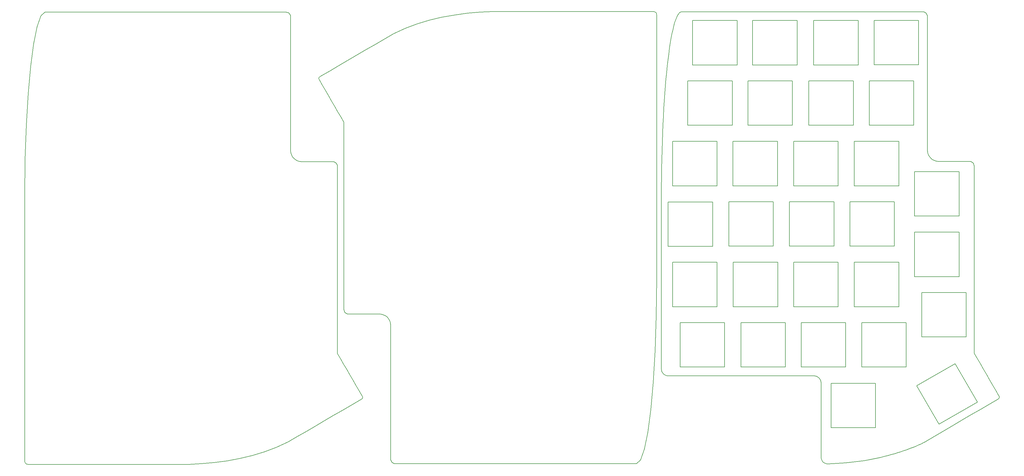
<source format=gm1>
G04 #@! TF.GenerationSoftware,KiCad,Pcbnew,5.1.5-52549c5~84~ubuntu18.04.1*
G04 #@! TF.CreationDate,2019-12-02T10:01:40+01:00*
G04 #@! TF.ProjectId,Lily58_Pro_OneForAll,4c696c79-3538-45f5-9072-6f5f4f6e6546,rev?*
G04 #@! TF.SameCoordinates,Original*
G04 #@! TF.FileFunction,Profile,NP*
%FSLAX46Y46*%
G04 Gerber Fmt 4.6, Leading zero omitted, Abs format (unit mm)*
G04 Created by KiCad (PCBNEW 5.1.5-52549c5~84~ubuntu18.04.1) date 2019-12-02 10:01:40*
%MOMM*%
%LPD*%
G04 APERTURE LIST*
%ADD10C,0.200000*%
G04 APERTURE END LIST*
D10*
X308884965Y-84538774D02*
X308884965Y-84538774D01*
X311135400Y-103539331D02*
X311135400Y-117539526D01*
X311135400Y-117539526D02*
X297135379Y-117539526D01*
X297135379Y-117539526D02*
X297135379Y-103539331D01*
X297135379Y-103539331D02*
X311135400Y-103539331D01*
X311135400Y-103539331D02*
X311135400Y-103539331D01*
X289935122Y-94037718D02*
X289935122Y-108037912D01*
X225034872Y-31840245D02*
X225034872Y-17839780D01*
X256435563Y-36839075D02*
X256435563Y-50839269D01*
X256435563Y-50839269D02*
X242435542Y-50839269D01*
X242435542Y-50839269D02*
X242435542Y-36839075D01*
X242435542Y-36839075D02*
X256435563Y-36839075D01*
X256435563Y-36839075D02*
X256435563Y-36839075D01*
X289935336Y-55938564D02*
X289935336Y-69938758D01*
X289935336Y-69938758D02*
X275935315Y-69938758D01*
X239035338Y-17839780D02*
X239035338Y-31840245D01*
X292236571Y-127039105D02*
X278236550Y-127039105D01*
X278236550Y-127039105D02*
X278236550Y-113038911D01*
X278236550Y-113038911D02*
X292236571Y-113038911D01*
X292236571Y-113038911D02*
X292236571Y-113038911D01*
X307697016Y-125976245D02*
X314697113Y-138100769D01*
X314697113Y-138100769D02*
X302572739Y-145100780D01*
X302572739Y-145100780D02*
X295572642Y-132976256D01*
X295572642Y-132976256D02*
X307697016Y-125976245D01*
X263136541Y-17837892D02*
X277136562Y-17837892D01*
X277136562Y-17837892D02*
X277136562Y-17837892D01*
X263279496Y-129857580D02*
X217435250Y-129857580D01*
X277136562Y-17837892D02*
X277136562Y-31838086D01*
X277136562Y-31838086D02*
X263136541Y-31838086D01*
X296135248Y-31789310D02*
X282135227Y-31789310D01*
X282135227Y-31789310D02*
X282135227Y-17789116D01*
X282135227Y-17789116D02*
X296135248Y-17789116D01*
X307697016Y-125976245D02*
X307697016Y-125976245D01*
X282635392Y-132186532D02*
X282635392Y-146138722D01*
X282635392Y-146138722D02*
X268635371Y-146138722D01*
X268635371Y-146138722D02*
X268635371Y-132186532D01*
X268635371Y-132186532D02*
X282635392Y-132186532D01*
X282635392Y-132186532D02*
X282635392Y-132186532D01*
X265479398Y-155402307D02*
X265479594Y-132057215D01*
X254236477Y-113037894D02*
X254236477Y-127038088D01*
X217080411Y-32119325D02*
X216870225Y-34140318D01*
X216870225Y-34140318D02*
X216670719Y-36251929D01*
X216670719Y-36251929D02*
X216482291Y-38450513D01*
X216482291Y-38450513D02*
X216305338Y-40732429D01*
X216305338Y-40732429D02*
X216140257Y-43094033D01*
X216140257Y-43094033D02*
X215987446Y-45531683D01*
X298806802Y-15995932D02*
X298894137Y-16277588D01*
X298894137Y-16277588D02*
X298924584Y-16580084D01*
X257934175Y-17839780D02*
X257934175Y-31840245D01*
X215229866Y-70291466D02*
X215221611Y-73289203D01*
X221571605Y-15080084D02*
X297424584Y-15080084D01*
X232734874Y-94038610D02*
X232734874Y-108038804D01*
X256836590Y-94037718D02*
X270836611Y-94037718D01*
X270836611Y-94037718D02*
X270836611Y-94037718D01*
X251835632Y-94038610D02*
X251835632Y-108038804D01*
X251835632Y-108038804D02*
X237835611Y-108038804D01*
X237835611Y-108038804D02*
X237835611Y-94038610D01*
X321406606Y-136083326D02*
X320436467Y-134407631D01*
X320436467Y-134407631D02*
X319466328Y-132731937D01*
X319466328Y-132731937D02*
X318496189Y-131056242D01*
X318496189Y-131056242D02*
X317526050Y-129380548D01*
X317526050Y-129380548D02*
X316555911Y-127704853D01*
X316555911Y-127704853D02*
X315585772Y-126029159D01*
X315585772Y-126029159D02*
X314615634Y-124353465D01*
X314615634Y-124353465D02*
X313645495Y-122677770D01*
X215720224Y-50620545D02*
X215606607Y-53264472D01*
X302424584Y-62220736D02*
X301718760Y-62149693D01*
X301718760Y-62149693D02*
X301061562Y-61945910D01*
X301061562Y-61945910D02*
X300467009Y-61623406D01*
X300467009Y-61623406D02*
X299949120Y-61196200D01*
X299949120Y-61196200D02*
X299521914Y-60678311D01*
X299521914Y-60678311D02*
X299199410Y-60083758D01*
X299199410Y-60083758D02*
X298995627Y-59426560D01*
X289935122Y-108037912D02*
X275935101Y-108037912D01*
X275935101Y-108037912D02*
X275935101Y-94037718D01*
X275935101Y-94037718D02*
X289935122Y-94037718D01*
X289935122Y-94037718D02*
X289935122Y-94037718D01*
X270836611Y-94037718D02*
X270836611Y-108037912D01*
X270836611Y-108037912D02*
X256836590Y-108037912D01*
X256836590Y-108037912D02*
X256836590Y-94037718D01*
X292357308Y-153170573D02*
X293074000Y-152892225D01*
X293074000Y-152892225D02*
X293790692Y-152613878D01*
X293790692Y-152613878D02*
X294507385Y-152335531D01*
X294507385Y-152335531D02*
X295224077Y-152057184D01*
X295224077Y-152057184D02*
X295728364Y-151828814D01*
X295728364Y-151828814D02*
X296232652Y-151600444D01*
X296232652Y-151600444D02*
X296736939Y-151372074D01*
X285351772Y-155239783D02*
X286462038Y-154948941D01*
X286462038Y-154948941D02*
X287572303Y-154658099D01*
X287572303Y-154658099D02*
X288682569Y-154367258D01*
X288682569Y-154367258D02*
X289601254Y-154068086D01*
X289601254Y-154068086D02*
X290519938Y-153768915D01*
X290519938Y-153768915D02*
X291438623Y-153469744D01*
X291438623Y-153469744D02*
X292357308Y-153170573D01*
X237535463Y-50838127D02*
X223535442Y-50838127D01*
X223535442Y-50838127D02*
X223535442Y-36837933D01*
X223535442Y-36837933D02*
X237535463Y-36837933D01*
X237535463Y-36837933D02*
X237535463Y-36837933D01*
X294634326Y-36838063D02*
X294634326Y-50838257D01*
X294634326Y-50838257D02*
X280634305Y-50838257D01*
X280634305Y-50838257D02*
X280634305Y-36838063D01*
X276151389Y-156917502D02*
X277613579Y-156730780D01*
X277613579Y-156730780D02*
X279075770Y-156544058D01*
X279075770Y-156544058D02*
X280367204Y-156290700D01*
X280367204Y-156290700D02*
X281658639Y-156037341D01*
X281658639Y-156037341D02*
X282950073Y-155783983D01*
X282950073Y-155783983D02*
X284241507Y-155530624D01*
X284241507Y-155530624D02*
X285351772Y-155239783D01*
X294886000Y-65438000D02*
X308886465Y-65438000D01*
X243936249Y-31840245D02*
X243936249Y-17839780D01*
X308886465Y-79438465D02*
X304458747Y-79438465D01*
X294886000Y-79438465D02*
X294886000Y-65438000D01*
X297424584Y-15080084D02*
X297727080Y-15110531D01*
X215294709Y-64418482D02*
X215254364Y-67333345D01*
X215254364Y-67333345D02*
X215229866Y-70291466D01*
X308886465Y-65438000D02*
X308886465Y-79438465D01*
X304458747Y-79438465D02*
X294886000Y-79438465D01*
X257934175Y-31840245D02*
X243936249Y-31840245D01*
X221571605Y-15080084D02*
X221244584Y-15155751D01*
X221244584Y-15155751D02*
X220921884Y-15380323D01*
X235135168Y-113038911D02*
X235135168Y-127039105D01*
X235135168Y-127039105D02*
X221135147Y-127039105D01*
X221135147Y-127039105D02*
X221135147Y-113038911D01*
X221135147Y-113038911D02*
X235135168Y-113038911D01*
X235135168Y-113038911D02*
X235135168Y-113038911D01*
X237835611Y-94038610D02*
X251835632Y-94038610D01*
X251835632Y-94038610D02*
X251835632Y-94038610D01*
X296135248Y-17789116D02*
X296135248Y-17789116D01*
X296135248Y-17789116D02*
X296135248Y-31789310D01*
X215394359Y-128514576D02*
X215597076Y-128888228D01*
X215597076Y-128888228D02*
X215865605Y-129213700D01*
X215865605Y-129213700D02*
X216191136Y-129482182D01*
X216191136Y-129482182D02*
X216564855Y-129684863D01*
X216564855Y-129684863D02*
X216977950Y-129812932D01*
X216977950Y-129812932D02*
X217421611Y-129857580D01*
X296736939Y-151372074D02*
X297241227Y-151143705D01*
X297241227Y-151143705D02*
X297522698Y-150994466D01*
X297522698Y-150994466D02*
X297804169Y-150845228D01*
X297804169Y-150845228D02*
X298085639Y-150695989D01*
X298085639Y-150695989D02*
X298367110Y-150546750D01*
X215221611Y-73289203D02*
X215221611Y-127657972D01*
X237535463Y-36837933D02*
X237535463Y-50838127D01*
X321506283Y-136264045D02*
X321406606Y-136083326D01*
X267681730Y-157601717D02*
X269068049Y-157524024D01*
X269068049Y-157524024D02*
X270454368Y-157446331D01*
X270454368Y-157446331D02*
X271840688Y-157368638D01*
X271840688Y-157368638D02*
X273227007Y-157290945D01*
X273227007Y-157290945D02*
X274689198Y-157104223D01*
X274689198Y-157104223D02*
X276151389Y-156917502D01*
X239035338Y-31840245D02*
X225034872Y-31840245D01*
X321259326Y-137093801D02*
X321377766Y-136998158D01*
X321377766Y-136998158D02*
X321472487Y-136847732D01*
X321472487Y-136847732D02*
X321523539Y-136736568D01*
X321523539Y-136736568D02*
X321556991Y-136628983D01*
X321556991Y-136628983D02*
X321558149Y-136515042D01*
X321558149Y-136515042D02*
X321547525Y-136391528D01*
X321547525Y-136391528D02*
X321506283Y-136264045D01*
X225034872Y-17839780D02*
X239035338Y-17839780D01*
X275935315Y-69938758D02*
X275935315Y-55938564D01*
X275935315Y-55938564D02*
X289935336Y-55938564D01*
X289935336Y-55938564D02*
X289935336Y-55938564D01*
X270834363Y-55937800D02*
X270834363Y-69937994D01*
X270834363Y-69937994D02*
X256834342Y-69937994D01*
X256834342Y-69937994D02*
X256834342Y-55937800D01*
X256834342Y-55937800D02*
X270834363Y-55937800D01*
X298995627Y-59426560D02*
X298924584Y-58720736D01*
X298924584Y-58720736D02*
X298924584Y-16580084D01*
X312146508Y-62220736D02*
X312449004Y-62251183D01*
X312449004Y-62251183D02*
X312730660Y-62338519D01*
X312730660Y-62338519D02*
X312985468Y-62476735D01*
X312985468Y-62476735D02*
X313207421Y-62659823D01*
X313207421Y-62659823D02*
X313390509Y-62881775D01*
X263136541Y-31838086D02*
X263136541Y-17837892D01*
X301228637Y-148865538D02*
X304090164Y-147183861D01*
X313390509Y-62881775D02*
X313528725Y-63136584D01*
X313528725Y-63136584D02*
X313616061Y-63418240D01*
X313616061Y-63418240D02*
X313646508Y-63720736D01*
X302424584Y-62220736D02*
X312168902Y-62220736D01*
X313646508Y-122676911D02*
X313646508Y-63720736D01*
X215350503Y-61550521D02*
X215294709Y-64418482D01*
X220921884Y-15380323D02*
X220603904Y-15750158D01*
X220603904Y-15750158D02*
X220291040Y-16261613D01*
X220291040Y-16261613D02*
X219983689Y-16911044D01*
X219983689Y-16911044D02*
X219682251Y-17694808D01*
X219682251Y-17694808D02*
X219387120Y-18609262D01*
X219387120Y-18609262D02*
X219098696Y-19650764D01*
X219098696Y-19650764D02*
X218817375Y-20815671D01*
X215221611Y-127657972D02*
X215266267Y-128101553D01*
X215266267Y-128101553D02*
X215394359Y-128514576D01*
X266817697Y-157431161D02*
X267233252Y-157557695D01*
X267233252Y-157557695D02*
X267681730Y-157601712D01*
X265523666Y-155850393D02*
X265650361Y-156265373D01*
X265650361Y-156265373D02*
X265851395Y-156639216D01*
X265851395Y-156639216D02*
X266118485Y-156963645D01*
X266118485Y-156963645D02*
X266443346Y-157230386D01*
X264509972Y-130232977D02*
X264136253Y-130030297D01*
X264136253Y-130030297D02*
X263723157Y-129902227D01*
X273233646Y-113038911D02*
X273233646Y-127039105D01*
X273233646Y-127039105D02*
X259233625Y-127039105D01*
X259233625Y-127039105D02*
X259233625Y-113038911D01*
X259233625Y-113038911D02*
X273233646Y-113038911D01*
X273233646Y-113038911D02*
X273233646Y-113038911D01*
X292236571Y-113038911D02*
X292236571Y-127039105D01*
X254236477Y-127038088D02*
X240236456Y-127038088D01*
X240236456Y-127038088D02*
X240236456Y-113037894D01*
X240236456Y-113037894D02*
X254236477Y-113037894D01*
X254236477Y-113037894D02*
X254236477Y-113037894D01*
X232734874Y-108038804D02*
X218734853Y-108038804D01*
X218734853Y-108038804D02*
X218734853Y-94038610D01*
X218734853Y-94038610D02*
X232734874Y-94038610D01*
X232734874Y-94038610D02*
X232734874Y-94038610D01*
X297727080Y-15110531D02*
X298008737Y-15197867D01*
X298008737Y-15197867D02*
X298263545Y-15336083D01*
X298263545Y-15336083D02*
X298485497Y-15519171D01*
X298485497Y-15519171D02*
X298668586Y-15741123D01*
X298668586Y-15741123D02*
X298806802Y-15995932D01*
X243936249Y-17839780D02*
X257934175Y-17839780D01*
X215987446Y-45531683D02*
X215847303Y-48041734D01*
X215847303Y-48041734D02*
X215720224Y-50620545D01*
X280634305Y-36838063D02*
X294634326Y-36838063D01*
X294634326Y-36838063D02*
X294634326Y-36838063D01*
X275635381Y-36852948D02*
X275635381Y-50853142D01*
X275635381Y-50853142D02*
X261635360Y-50853142D01*
X261635360Y-50853142D02*
X261635360Y-36852948D01*
X261635360Y-36852948D02*
X275635381Y-36852948D01*
X275635381Y-36852948D02*
X275635381Y-36852948D01*
X266443346Y-157230386D02*
X266817697Y-157431161D01*
X265479594Y-155402551D02*
X265523666Y-155850393D01*
X263723157Y-129902227D02*
X263279496Y-129857580D01*
X265479496Y-132057188D02*
X265434840Y-131613606D01*
X265434840Y-131613606D02*
X265306748Y-131200584D01*
X265306748Y-131200584D02*
X265104031Y-130826931D01*
X265104031Y-130826931D02*
X264835502Y-130501459D01*
X264835502Y-130501459D02*
X264509972Y-130232977D01*
X304090164Y-147183861D02*
X306951691Y-145502185D01*
X306951691Y-145502185D02*
X309813218Y-143820508D01*
X309813218Y-143820508D02*
X312674745Y-142138831D01*
X312674745Y-142138831D02*
X315536272Y-140457155D01*
X315536272Y-140457155D02*
X318397799Y-138775478D01*
X318397799Y-138775478D02*
X321259326Y-137093801D01*
X298367110Y-150547215D02*
X301228637Y-148865538D01*
X215606607Y-53264472D02*
X215506850Y-55969873D01*
X269534314Y-74937851D02*
X269534314Y-88938045D01*
X269534314Y-88938045D02*
X255534293Y-88938045D01*
X255534293Y-88938045D02*
X255534293Y-74937851D01*
X255534293Y-74937851D02*
X269534314Y-74937851D01*
X269534314Y-74937851D02*
X269534314Y-74937851D01*
X288534529Y-74938993D02*
X288534529Y-88939187D01*
X288534529Y-88939187D02*
X274534508Y-88939187D01*
X215506850Y-55969873D02*
X215421349Y-58733103D01*
X217345475Y-75008715D02*
X231345497Y-75008715D01*
X231345497Y-75008715D02*
X231345497Y-75008715D01*
X250436095Y-74937851D02*
X250436095Y-88938045D01*
X250436095Y-88938045D02*
X236436074Y-88938045D01*
X236436074Y-88938045D02*
X236436074Y-74937851D01*
X236436074Y-74937851D02*
X250436095Y-74937851D01*
X250436095Y-74937851D02*
X250436095Y-74937851D01*
X232734874Y-69934097D02*
X218734853Y-69934097D01*
X218734853Y-69934097D02*
X218734853Y-55933903D01*
X218734853Y-55933903D02*
X232734874Y-55933903D01*
X232734874Y-55933903D02*
X232734874Y-55933903D01*
X231345497Y-75008715D02*
X231345497Y-89008909D01*
X231345497Y-89008909D02*
X217345475Y-89008909D01*
X217345475Y-89008909D02*
X217345475Y-75008715D01*
X215421349Y-58733103D02*
X215350503Y-61550521D01*
X270834363Y-55937800D02*
X270834363Y-55937800D01*
X251735088Y-55939834D02*
X251735088Y-69940028D01*
X251735088Y-69940028D02*
X237735067Y-69940028D01*
X237735067Y-69940028D02*
X237735067Y-55939834D01*
X237735067Y-55939834D02*
X251735088Y-55939834D01*
X251735088Y-55939834D02*
X251735088Y-55939834D01*
X232734874Y-55933903D02*
X232734874Y-69934097D01*
X274534508Y-88939187D02*
X274534508Y-74938993D01*
X274534508Y-74938993D02*
X288534529Y-74938993D01*
X288534529Y-74938993D02*
X288534529Y-74938993D01*
X308884965Y-84538774D02*
X308884965Y-98538969D01*
X308884965Y-98538969D02*
X294884944Y-98538969D01*
X294884944Y-98538969D02*
X294884944Y-84538774D01*
X294884944Y-84538774D02*
X308884965Y-84538774D01*
X218817375Y-20815671D02*
X218543556Y-22100339D01*
X218543556Y-22100339D02*
X218277634Y-23501125D01*
X218277634Y-23501125D02*
X218020008Y-25014386D01*
X218020008Y-25014386D02*
X217771076Y-26636480D01*
X217771076Y-26636480D02*
X217531233Y-28363763D01*
X217531233Y-28363763D02*
X217300879Y-30192593D01*
X217300879Y-30192593D02*
X217080411Y-32119325D01*
X193767438Y-14992528D02*
X200074371Y-14992528D01*
X213738238Y-78490213D02*
X213738238Y-68082379D01*
X213738238Y-68082379D02*
X213738238Y-57674545D01*
X213738238Y-57674545D02*
X213738238Y-47266711D01*
X213738238Y-36858877D02*
X213738238Y-26451044D01*
X162232771Y-14992528D02*
X168539704Y-14992528D01*
X168539704Y-14992528D02*
X174846638Y-14992528D01*
X174846638Y-14992528D02*
X181153571Y-14992528D01*
X129760439Y-112511326D02*
X129964222Y-113168524D01*
X129964222Y-113168524D02*
X130035265Y-113874348D01*
X130035265Y-113874348D02*
X130035265Y-119141929D01*
X130035265Y-119141929D02*
X130035265Y-124409511D01*
X130035265Y-124409511D02*
X130035265Y-129677092D01*
X130035265Y-129677092D02*
X130035265Y-134944673D01*
X130035265Y-134944673D02*
X130035265Y-140212255D01*
X130035265Y-140212255D02*
X130035265Y-145479836D01*
X115313342Y-64657217D02*
X115313342Y-72026738D01*
X115313342Y-72026738D02*
X115313342Y-79396260D01*
X115313342Y-79396260D02*
X115313342Y-86765782D01*
X115313342Y-86765782D02*
X115313342Y-94135304D01*
X115313342Y-94135304D02*
X115313342Y-101504826D01*
X115313342Y-101504826D02*
X115313342Y-108874348D01*
X130836577Y-22047869D02*
X127970258Y-23723563D01*
X188425000Y-157515000D02*
X178943377Y-157515000D01*
X178943377Y-157515000D02*
X169461755Y-157515000D01*
X169461755Y-157515000D02*
X159980133Y-157515000D01*
X159980133Y-157515000D02*
X150498510Y-157515000D01*
X150498510Y-157515000D02*
X141016888Y-157515000D01*
X141016888Y-157515000D02*
X131535265Y-157515000D01*
X131535265Y-157514999D02*
X131232769Y-157484552D01*
X127970258Y-23723563D02*
X125103938Y-25399258D01*
X125103938Y-25399258D02*
X122237619Y-27074952D01*
X122237619Y-27074952D02*
X119371299Y-28750647D01*
X119371299Y-28750647D02*
X116504980Y-30426341D01*
X116504980Y-30426341D02*
X113638660Y-32102036D01*
X113638660Y-32102036D02*
X110772341Y-33777730D01*
X110772341Y-33777730D02*
X107906021Y-35453425D01*
X131232769Y-157484552D02*
X130951113Y-157397217D01*
X130951113Y-157397217D02*
X130696304Y-157259001D01*
X130696304Y-157259001D02*
X130474352Y-157075912D01*
X130474352Y-157075912D02*
X130291264Y-156853960D01*
X130291264Y-156853960D02*
X130153048Y-156599152D01*
X130153048Y-156599152D02*
X130065712Y-156317495D01*
X130065712Y-156317495D02*
X130035265Y-156014999D01*
X122881146Y-110374348D02*
X121663106Y-110374348D01*
X121663106Y-110374348D02*
X120445067Y-110374348D01*
X120445067Y-110374348D02*
X119227027Y-110374348D01*
X119227027Y-110374348D02*
X118008987Y-110374348D01*
X118008987Y-110374348D02*
X116790948Y-110374348D01*
X115313342Y-49918173D02*
X115313342Y-57287695D01*
X115313342Y-57287695D02*
X115313342Y-64657217D01*
X200074371Y-14992528D02*
X206381305Y-14992528D01*
X212899985Y-15014523D02*
X213097145Y-15075657D01*
X213097145Y-15075657D02*
X213275511Y-15172409D01*
X213275511Y-15172409D02*
X213430877Y-15300570D01*
X213430877Y-15300570D02*
X213559039Y-15455937D01*
X213559039Y-15455937D02*
X213655790Y-15634303D01*
X213738238Y-99305881D02*
X213738238Y-88898047D01*
X213738238Y-88898047D02*
X213738238Y-78490213D01*
X107736850Y-35546837D02*
X107602116Y-35652295D01*
X107602116Y-35652295D02*
X107502468Y-35769328D01*
X107502468Y-35769328D02*
X107438555Y-35897470D01*
X107438555Y-35897470D02*
X107411026Y-36036252D01*
X107411026Y-36036252D02*
X107420532Y-36185206D01*
X107420532Y-36185206D02*
X107467722Y-36343864D01*
X107467722Y-36343864D02*
X107553244Y-36511758D01*
X114344216Y-48241619D02*
X115314355Y-49917313D01*
X207388245Y-157515000D02*
X208668810Y-156333471D01*
X208668810Y-156333471D02*
X209861153Y-152944319D01*
X115431124Y-109458500D02*
X115343789Y-109176844D01*
X115343789Y-109176844D02*
X115313342Y-108874348D01*
X126535265Y-110374348D02*
X125317225Y-110374348D01*
X125317225Y-110374348D02*
X124099186Y-110374348D01*
X124099186Y-110374348D02*
X122881146Y-110374348D01*
X113374077Y-46565925D02*
X114344216Y-48241619D01*
X107553244Y-36511758D02*
X108523383Y-38187452D01*
X108523383Y-38187452D02*
X109493521Y-39863147D01*
X109493521Y-39863147D02*
X110463660Y-41538841D01*
X110463660Y-41538841D02*
X111433799Y-43214536D01*
X111433799Y-43214536D02*
X112403938Y-44890230D01*
X112403938Y-44890230D02*
X113374077Y-46565925D01*
X107906021Y-35453425D02*
X107736850Y-35546837D01*
X162232683Y-14992777D02*
X158207439Y-15190690D01*
X158207439Y-15190690D02*
X154167337Y-15545297D01*
X154167337Y-15545297D02*
X150134175Y-16075972D01*
X150134175Y-16075972D02*
X146129754Y-16802083D01*
X146129754Y-16802083D02*
X142175873Y-17743004D01*
X142175873Y-17743004D02*
X138294330Y-18918105D01*
X138294330Y-18918105D02*
X134506927Y-20346758D01*
X134506927Y-20346758D02*
X130835460Y-22048333D01*
X206381305Y-14992528D02*
X212688238Y-14992528D01*
X187460505Y-14992528D02*
X193767438Y-14992528D01*
X213738238Y-26451044D02*
X213738238Y-16043210D01*
X213655790Y-15634303D02*
X213716925Y-15831462D01*
X213716925Y-15831462D02*
X213738238Y-16043210D01*
X212688238Y-14993210D02*
X212899985Y-15014523D01*
X130035265Y-145479836D02*
X130035265Y-150747418D01*
X115752429Y-109935261D02*
X115569340Y-109713308D01*
X115569340Y-109713308D02*
X115431124Y-109458500D01*
X213239626Y-121974538D02*
X213609346Y-111044563D01*
X213609346Y-111044563D02*
X213738238Y-99305881D01*
X209861153Y-152944319D02*
X210939841Y-147580697D01*
X210939841Y-147580697D02*
X211879439Y-140475758D01*
X211879439Y-140475758D02*
X212654512Y-131862654D01*
X212654512Y-131862654D02*
X213239626Y-121974538D01*
X126535265Y-110374348D02*
X127241089Y-110445391D01*
X127241089Y-110445391D02*
X127898287Y-110649174D01*
X127898287Y-110649174D02*
X128492840Y-110971678D01*
X128492840Y-110971678D02*
X129010729Y-111398884D01*
X129010729Y-111398884D02*
X129437935Y-111916773D01*
X129437935Y-111916773D02*
X129760439Y-112511326D01*
X130035265Y-150747418D02*
X130035265Y-156014999D01*
X213738238Y-47266711D02*
X213738238Y-36858877D01*
X181153571Y-14992528D02*
X187460505Y-14992528D01*
X207388245Y-157515000D02*
X197906622Y-157515000D01*
X197906622Y-157515000D02*
X188425000Y-157515000D01*
X116813342Y-110374348D02*
X116510846Y-110343901D01*
X116510846Y-110343901D02*
X116229190Y-110256565D01*
X116229190Y-110256565D02*
X115974381Y-110118349D01*
X115974381Y-110118349D02*
X115752429Y-109935261D01*
X114255784Y-124478381D02*
X113285645Y-122802687D01*
X115225923Y-126154075D02*
X114255784Y-124478381D01*
X28525629Y-157727472D02*
X22218695Y-157727472D01*
X34832562Y-157727472D02*
X28525629Y-157727472D01*
X14861762Y-125453289D02*
X14861762Y-135861123D01*
X98564735Y-21972582D02*
X98564735Y-16705001D01*
X98564735Y-27240164D02*
X98564735Y-21972582D01*
X98564735Y-32507745D02*
X98564735Y-27240164D01*
X98564735Y-37775327D02*
X98564735Y-32507745D01*
X98564735Y-43042908D02*
X98564735Y-37775327D01*
X98564735Y-48310489D02*
X98564735Y-43042908D01*
X98564735Y-53578071D02*
X98564735Y-48310489D01*
X98564735Y-58845652D02*
X98564735Y-53578071D01*
X98635778Y-59551476D02*
X98564735Y-58845652D01*
X98839561Y-60208674D02*
X98635778Y-59551476D01*
X99162065Y-60803227D02*
X98839561Y-60208674D01*
X99589271Y-61321116D02*
X99162065Y-60803227D01*
X100107160Y-61748322D02*
X99589271Y-61321116D01*
X100701713Y-62070826D02*
X100107160Y-61748322D01*
X101358911Y-62274609D02*
X100701713Y-62070826D01*
X102064735Y-62345652D02*
X101358911Y-62274609D01*
X15945488Y-40857346D02*
X15360374Y-50745462D01*
X16720561Y-32244242D02*
X15945488Y-40857346D01*
X17660159Y-25139303D02*
X16720561Y-32244242D01*
X18738847Y-19775681D02*
X17660159Y-25139303D01*
X14990654Y-61675437D02*
X14861762Y-73414119D01*
X15360374Y-50745462D02*
X14990654Y-61675437D01*
X113030660Y-63006692D02*
X113168876Y-63261500D01*
X112847571Y-62784739D02*
X113030660Y-63006692D01*
X112625619Y-62601651D02*
X112847571Y-62784739D01*
X112370810Y-62463435D02*
X112625619Y-62601651D01*
X112089154Y-62376099D02*
X112370810Y-62463435D01*
X111786658Y-62345652D02*
X112089154Y-62376099D01*
X30693378Y-15205000D02*
X40175000Y-15205000D01*
X21211755Y-15205000D02*
X30693378Y-15205000D01*
X47446429Y-157727472D02*
X41139495Y-157727472D01*
X53753362Y-157727472D02*
X47446429Y-157727472D01*
X60060296Y-157727472D02*
X53753362Y-157727472D01*
X66367229Y-157727472D02*
X60060296Y-157727472D01*
X14861762Y-135861123D02*
X14861762Y-146268956D01*
X14861762Y-115045455D02*
X14861762Y-125453289D01*
X14861762Y-104637621D02*
X14861762Y-115045455D01*
X14861762Y-94229787D02*
X14861762Y-104637621D01*
X14861762Y-83821953D02*
X14861762Y-94229787D01*
X14861762Y-73414119D02*
X14861762Y-83821953D01*
X15040961Y-157264063D02*
X14944210Y-157085697D01*
X15169123Y-157419430D02*
X15040961Y-157264063D01*
X15324489Y-157547591D02*
X15169123Y-157419430D01*
X15502855Y-157644343D02*
X15324489Y-157547591D01*
X15700015Y-157705477D02*
X15502855Y-157644343D01*
X15911762Y-157726790D02*
X15700015Y-157705477D01*
X14883075Y-156888538D02*
X14861762Y-156676790D01*
X14944210Y-157085697D02*
X14883075Y-156888538D01*
X14861762Y-146268956D02*
X14861762Y-156676790D01*
X41139495Y-157727472D02*
X34832562Y-157727472D01*
X22218695Y-157727472D02*
X15911762Y-157727472D01*
X94093073Y-152373242D02*
X97764540Y-150671667D01*
X90305670Y-153801895D02*
X94093073Y-152373242D01*
X86424127Y-154976996D02*
X90305670Y-153801895D01*
X82470246Y-155917917D02*
X86424127Y-154976996D01*
X78465825Y-156644028D02*
X82470246Y-155917917D01*
X74432663Y-157174703D02*
X78465825Y-156644028D01*
X70392561Y-157529310D02*
X74432663Y-157174703D01*
X66367317Y-157727223D02*
X70392561Y-157529310D01*
X121132278Y-136376136D02*
X121046756Y-136208242D01*
X121179468Y-136534794D02*
X121132278Y-136376136D01*
X121188974Y-136683748D02*
X121179468Y-136534794D01*
X121161445Y-136822530D02*
X121188974Y-136683748D01*
X121097532Y-136950672D02*
X121161445Y-136822530D01*
X120997884Y-137067705D02*
X121097532Y-136950672D01*
X120863150Y-137173163D02*
X120997884Y-137067705D01*
X120693979Y-137266575D02*
X120863150Y-137173163D01*
X116196062Y-127829770D02*
X115225923Y-126154075D01*
X117166201Y-129505464D02*
X116196062Y-127829770D01*
X118136340Y-131181159D02*
X117166201Y-129505464D01*
X119106479Y-132856853D02*
X118136340Y-131181159D01*
X120076617Y-134532548D02*
X119106479Y-132856853D01*
X121046756Y-136208242D02*
X120076617Y-134532548D01*
X117827659Y-138942270D02*
X120693979Y-137266575D01*
X114961340Y-140617964D02*
X117827659Y-138942270D01*
X112095020Y-142293659D02*
X114961340Y-140617964D01*
X109228701Y-143969353D02*
X112095020Y-142293659D01*
X106362381Y-145645048D02*
X109228701Y-143969353D01*
X103496062Y-147320742D02*
X106362381Y-145645048D01*
X100629742Y-148996437D02*
X103496062Y-147320742D01*
X97763423Y-150672131D02*
X100629742Y-148996437D01*
X113286658Y-71215174D02*
X113286658Y-63845652D01*
X113286658Y-78584696D02*
X113286658Y-71215174D01*
X113286658Y-85954218D02*
X113286658Y-78584696D01*
X113286658Y-93323740D02*
X113286658Y-85954218D01*
X113286658Y-100693262D02*
X113286658Y-93323740D01*
X113286658Y-108062783D02*
X113286658Y-100693262D01*
X113286658Y-115432305D02*
X113286658Y-108062783D01*
X113286658Y-122801827D02*
X113286658Y-115432305D01*
X110591013Y-62345652D02*
X111809052Y-62345652D01*
X109372973Y-62345652D02*
X110591013Y-62345652D01*
X108154933Y-62345652D02*
X109372973Y-62345652D01*
X106936894Y-62345652D02*
X108154933Y-62345652D01*
X105718854Y-62345652D02*
X106936894Y-62345652D01*
X104500814Y-62345652D02*
X105718854Y-62345652D01*
X103282775Y-62345652D02*
X104500814Y-62345652D01*
X102064735Y-62345652D02*
X103282775Y-62345652D01*
X113256211Y-63543156D02*
X113286658Y-63845652D01*
X113168876Y-63261500D02*
X113256211Y-63543156D01*
X19931190Y-16386529D02*
X18738847Y-19775681D01*
X21211755Y-15205000D02*
X19931190Y-16386529D01*
X98534288Y-16402505D02*
X98564735Y-16705001D01*
X98446952Y-16120848D02*
X98534288Y-16402505D01*
X98308736Y-15866040D02*
X98446952Y-16120848D01*
X98125648Y-15644088D02*
X98308736Y-15866040D01*
X97903696Y-15460999D02*
X98125648Y-15644088D01*
X97648887Y-15322783D02*
X97903696Y-15460999D01*
X97367231Y-15235448D02*
X97648887Y-15322783D01*
X97064735Y-15205001D02*
X97367231Y-15235448D01*
X87583112Y-15205000D02*
X97064735Y-15205000D01*
X78101490Y-15205000D02*
X87583112Y-15205000D01*
X68619867Y-15205000D02*
X78101490Y-15205000D01*
X59138245Y-15205000D02*
X68619867Y-15205000D01*
X49656623Y-15205000D02*
X59138245Y-15205000D01*
X40175000Y-15205000D02*
X49656623Y-15205000D01*
M02*

</source>
